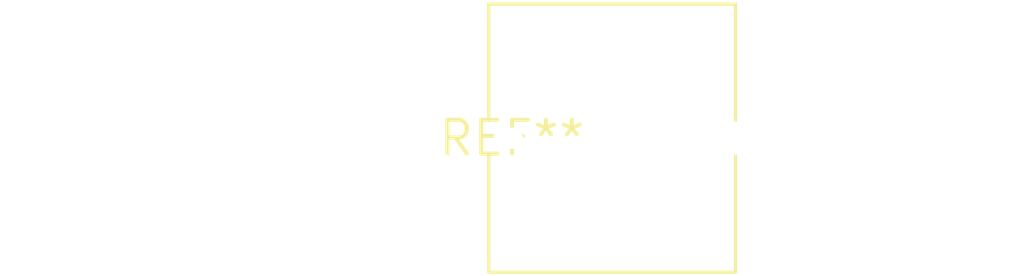
<source format=kicad_pcb>
(kicad_pcb (version 20240108) (generator pcbnew)
  (layers (0 "F.Cu" signal) (31 "B.Cu" signal) (34 "B.Paste" user) (35 "F.Paste" user) (36 "B.SilkS" user "B.Silkscreen") (37 "F.SilkS" user "F.Silkscreen") (38 "B.Mask" user) (39 "F.Mask" user) (44 "Edge.Cuts" user))
  (net 0 "")
  (footprint "C_Rect_L9.0mm_W9.8mm_P7.50mm_MKT" (layer "F.Cu") (at 0 0)
    (property "Reference" "REF**")
    (property "Value" "C_Rect_L9.0mm_W9.8mm_P7.50mm_MKT")
    (fp_line (start -0.87 -5.02) (end -0.87 -0.665) (layer "F.SilkS") (stroke (width 0.12)))
    (fp_line (start -0.87 -5.02) (end 8.37 -5.02) (layer "F.SilkS") (stroke (width 0.12)))
    (fp_line (start -0.87 0.665) (end -0.87 5.02) (layer "F.SilkS") (stroke (width 0.12)))
    (fp_line (start -0.87 5.02) (end 8.37 5.02) (layer "F.SilkS") (stroke (width 0.12)))
    (fp_line (start 8.37 -5.02) (end 8.37 -0.665) (layer "F.SilkS") (stroke (width 0.12)))
    (fp_line (start 8.37 0.665) (end 8.37 5.02) (layer "F.SilkS") (stroke (width 0.12)))
    (pad "1" thru_hole circle (at 0 0) (size 1.6 1.6) (drill 0.8) (layers *.Cu *.Mask) (remove_unused_layers))
    (pad "2" thru_hole circle (at 7.5 0) (size 1.6 1.6) (drill 0.8) (layers *.Cu *.Mask) (remove_unused_layers))
  )
)
</source>
